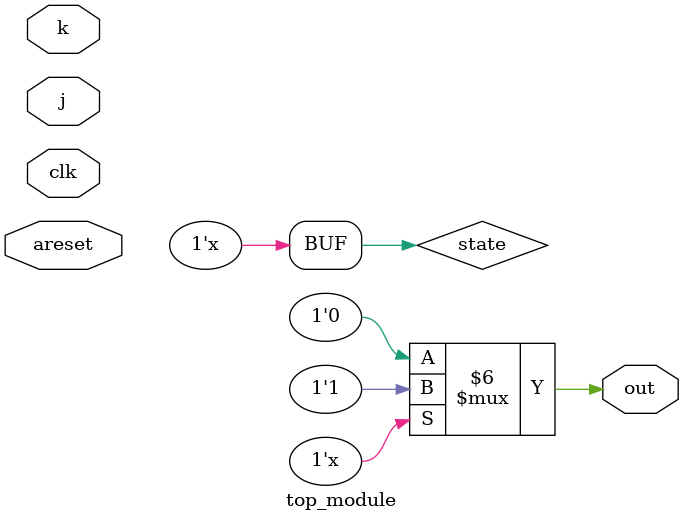
<source format=sv>
module top_module (
    input clk,
    input j,
    input k,
    input areset,
    output reg out
);

    // State variables
    reg state;
    parameter A = 1'b0, B = 1'b1;

    // Next state logic
    always @(*) begin
        case (state)
            A: begin
                if (j)
                    state = B;
                else
                    state = A;
            end
            B: begin
                if (k)
                    state = A;
                else
                    state = B;
            end
        endcase
    end

    // State update
    always @(posedge clk or posedge areset) begin
        if (areset)
            state <= A;
        else
            state <= state;
    end

    // Output logic
    always @(state) begin
        if (state == B)
            out = 1'b1;
        else
            out = 1'b0;
    end

endmodule

</source>
